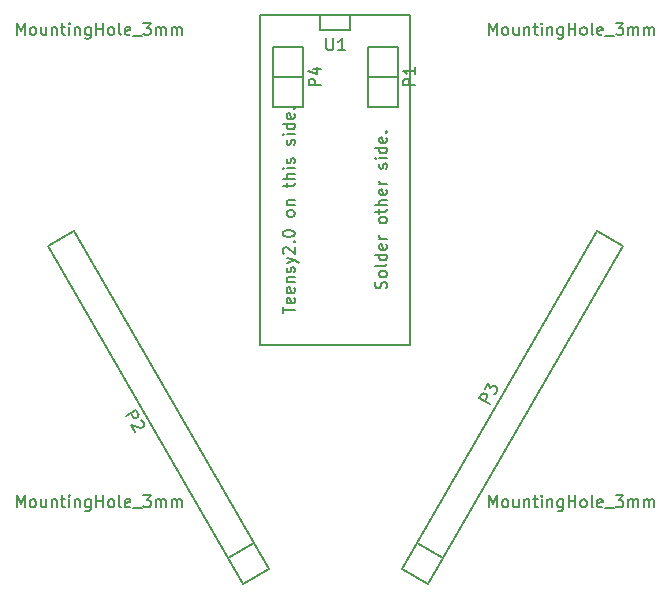
<source format=gto>
G04 #@! TF.FileFunction,Legend,Top*
%FSLAX46Y46*%
G04 Gerber Fmt 4.6, Leading zero omitted, Abs format (unit mm)*
G04 Created by KiCad (PCBNEW 0.201412201901+5330~19~ubuntu14.04.1-product) date Mon 29 Dec 2014 15:13:16 GMT*
%MOMM*%
G01*
G04 APERTURE LIST*
%ADD10C,0.100000*%
%ADD11C,0.150000*%
%ADD12R,2.032000X2.032000*%
%ADD13O,2.032000X2.032000*%
%ADD14C,1.727200*%
%ADD15C,1.998980*%
%ADD16R,1.397000X1.397000*%
%ADD17C,1.397000*%
G04 APERTURE END LIST*
D10*
D11*
X135270000Y-25000000D02*
X132730000Y-25000000D01*
X135270000Y-22460000D02*
X132730000Y-22460000D01*
X132730000Y-22460000D02*
X132730000Y-25000000D01*
X132730000Y-25000000D02*
X132730000Y-27540000D01*
X132730000Y-27540000D02*
X135270000Y-27540000D01*
X135270000Y-27540000D02*
X135270000Y-22460000D01*
X123084852Y-64463375D02*
X107844852Y-38066921D01*
X107844852Y-38066921D02*
X105645148Y-39336921D01*
X105645148Y-39336921D02*
X120885148Y-65733375D01*
X122155148Y-67933079D02*
X120885148Y-65733375D01*
X120885148Y-65733375D02*
X123084852Y-64463375D01*
X122155148Y-67933079D02*
X124354852Y-66663079D01*
X124354852Y-66663079D02*
X123084852Y-64463375D01*
X139114852Y-65733375D02*
X154354852Y-39336921D01*
X154354852Y-39336921D02*
X152155148Y-38066921D01*
X152155148Y-38066921D02*
X136915148Y-64463375D01*
X135645148Y-66663079D02*
X136915148Y-64463375D01*
X136915148Y-64463375D02*
X139114852Y-65733375D01*
X135645148Y-66663079D02*
X137844852Y-67933079D01*
X137844852Y-67933079D02*
X139114852Y-65733375D01*
X127270000Y-25000000D02*
X124730000Y-25000000D01*
X127270000Y-22460000D02*
X124730000Y-22460000D01*
X124730000Y-22460000D02*
X124730000Y-25000000D01*
X124730000Y-25000000D02*
X124730000Y-27540000D01*
X124730000Y-27540000D02*
X127270000Y-27540000D01*
X127270000Y-27540000D02*
X127270000Y-22460000D01*
X128730000Y-19760000D02*
X128730000Y-21030000D01*
X128730000Y-21030000D02*
X131270000Y-21030000D01*
X131270000Y-21030000D02*
X131270000Y-19760000D01*
X123650000Y-19760000D02*
X123650000Y-47700000D01*
X123650000Y-47700000D02*
X136350000Y-47700000D01*
X136350000Y-47700000D02*
X136350000Y-19760000D01*
X136350000Y-19760000D02*
X123650000Y-19760000D01*
X136738381Y-25738095D02*
X135738381Y-25738095D01*
X135738381Y-25357142D01*
X135786000Y-25261904D01*
X135833619Y-25214285D01*
X135928857Y-25166666D01*
X136071714Y-25166666D01*
X136166952Y-25214285D01*
X136214571Y-25261904D01*
X136262190Y-25357142D01*
X136262190Y-25738095D01*
X136738381Y-24214285D02*
X136738381Y-24785714D01*
X136738381Y-24500000D02*
X135738381Y-24500000D01*
X135881238Y-24595238D01*
X135976476Y-24690476D01*
X136024095Y-24785714D01*
X112259445Y-53729981D02*
X113125470Y-53229981D01*
X113315947Y-53559896D01*
X113322327Y-53666184D01*
X113304897Y-53731233D01*
X113246228Y-53820092D01*
X113122510Y-53891520D01*
X113016222Y-53897900D01*
X112951173Y-53880470D01*
X112862315Y-53821801D01*
X112671839Y-53491886D01*
X113519182Y-54102387D02*
X113584231Y-54119816D01*
X113673089Y-54178485D01*
X113792137Y-54384683D01*
X113798517Y-54490971D01*
X113781087Y-54556019D01*
X113722418Y-54644878D01*
X113639940Y-54692497D01*
X113492413Y-54722686D01*
X112711826Y-54513528D01*
X113021350Y-55049640D01*
X143042992Y-52722400D02*
X142176967Y-52222400D01*
X142367443Y-51892485D01*
X142456301Y-51833816D01*
X142521350Y-51816386D01*
X142627638Y-51822765D01*
X142751356Y-51894194D01*
X142810025Y-51983052D01*
X142827455Y-52048101D01*
X142821075Y-52154389D01*
X142630598Y-52484304D01*
X142629348Y-51438853D02*
X142938872Y-50902741D01*
X143102119Y-51381893D01*
X143173548Y-51258174D01*
X143262406Y-51199505D01*
X143327455Y-51182076D01*
X143433744Y-51188456D01*
X143639940Y-51307503D01*
X143698609Y-51396362D01*
X143716039Y-51461410D01*
X143709659Y-51567698D01*
X143566801Y-51815135D01*
X143477943Y-51873804D01*
X143412894Y-51891234D01*
X128738381Y-25738095D02*
X127738381Y-25738095D01*
X127738381Y-25357142D01*
X127786000Y-25261904D01*
X127833619Y-25214285D01*
X127928857Y-25166666D01*
X128071714Y-25166666D01*
X128166952Y-25214285D01*
X128214571Y-25261904D01*
X128262190Y-25357142D01*
X128262190Y-25738095D01*
X128071714Y-24309523D02*
X128738381Y-24309523D01*
X127690762Y-24547619D02*
X128405048Y-24785714D01*
X128405048Y-24166666D01*
X129238095Y-21752381D02*
X129238095Y-22561905D01*
X129285714Y-22657143D01*
X129333333Y-22704762D01*
X129428571Y-22752381D01*
X129619048Y-22752381D01*
X129714286Y-22704762D01*
X129761905Y-22657143D01*
X129809524Y-22561905D01*
X129809524Y-21752381D01*
X130809524Y-22752381D02*
X130238095Y-22752381D01*
X130523809Y-22752381D02*
X130523809Y-21752381D01*
X130428571Y-21895238D01*
X130333333Y-21990476D01*
X130238095Y-22038095D01*
X134314762Y-42912858D02*
X134362381Y-42770001D01*
X134362381Y-42531905D01*
X134314762Y-42436667D01*
X134267143Y-42389048D01*
X134171905Y-42341429D01*
X134076667Y-42341429D01*
X133981429Y-42389048D01*
X133933810Y-42436667D01*
X133886190Y-42531905D01*
X133838571Y-42722382D01*
X133790952Y-42817620D01*
X133743333Y-42865239D01*
X133648095Y-42912858D01*
X133552857Y-42912858D01*
X133457619Y-42865239D01*
X133410000Y-42817620D01*
X133362381Y-42722382D01*
X133362381Y-42484286D01*
X133410000Y-42341429D01*
X134362381Y-41770001D02*
X134314762Y-41865239D01*
X134267143Y-41912858D01*
X134171905Y-41960477D01*
X133886190Y-41960477D01*
X133790952Y-41912858D01*
X133743333Y-41865239D01*
X133695714Y-41770001D01*
X133695714Y-41627143D01*
X133743333Y-41531905D01*
X133790952Y-41484286D01*
X133886190Y-41436667D01*
X134171905Y-41436667D01*
X134267143Y-41484286D01*
X134314762Y-41531905D01*
X134362381Y-41627143D01*
X134362381Y-41770001D01*
X134362381Y-40865239D02*
X134314762Y-40960477D01*
X134219524Y-41008096D01*
X133362381Y-41008096D01*
X134362381Y-40055714D02*
X133362381Y-40055714D01*
X134314762Y-40055714D02*
X134362381Y-40150952D01*
X134362381Y-40341429D01*
X134314762Y-40436667D01*
X134267143Y-40484286D01*
X134171905Y-40531905D01*
X133886190Y-40531905D01*
X133790952Y-40484286D01*
X133743333Y-40436667D01*
X133695714Y-40341429D01*
X133695714Y-40150952D01*
X133743333Y-40055714D01*
X134314762Y-39198571D02*
X134362381Y-39293809D01*
X134362381Y-39484286D01*
X134314762Y-39579524D01*
X134219524Y-39627143D01*
X133838571Y-39627143D01*
X133743333Y-39579524D01*
X133695714Y-39484286D01*
X133695714Y-39293809D01*
X133743333Y-39198571D01*
X133838571Y-39150952D01*
X133933810Y-39150952D01*
X134029048Y-39627143D01*
X134362381Y-38722381D02*
X133695714Y-38722381D01*
X133886190Y-38722381D02*
X133790952Y-38674762D01*
X133743333Y-38627143D01*
X133695714Y-38531905D01*
X133695714Y-38436666D01*
X134362381Y-37198571D02*
X134314762Y-37293809D01*
X134267143Y-37341428D01*
X134171905Y-37389047D01*
X133886190Y-37389047D01*
X133790952Y-37341428D01*
X133743333Y-37293809D01*
X133695714Y-37198571D01*
X133695714Y-37055713D01*
X133743333Y-36960475D01*
X133790952Y-36912856D01*
X133886190Y-36865237D01*
X134171905Y-36865237D01*
X134267143Y-36912856D01*
X134314762Y-36960475D01*
X134362381Y-37055713D01*
X134362381Y-37198571D01*
X133695714Y-36579523D02*
X133695714Y-36198571D01*
X133362381Y-36436666D02*
X134219524Y-36436666D01*
X134314762Y-36389047D01*
X134362381Y-36293809D01*
X134362381Y-36198571D01*
X134362381Y-35865237D02*
X133362381Y-35865237D01*
X134362381Y-35436665D02*
X133838571Y-35436665D01*
X133743333Y-35484284D01*
X133695714Y-35579522D01*
X133695714Y-35722380D01*
X133743333Y-35817618D01*
X133790952Y-35865237D01*
X134314762Y-34579522D02*
X134362381Y-34674760D01*
X134362381Y-34865237D01*
X134314762Y-34960475D01*
X134219524Y-35008094D01*
X133838571Y-35008094D01*
X133743333Y-34960475D01*
X133695714Y-34865237D01*
X133695714Y-34674760D01*
X133743333Y-34579522D01*
X133838571Y-34531903D01*
X133933810Y-34531903D01*
X134029048Y-35008094D01*
X134362381Y-34103332D02*
X133695714Y-34103332D01*
X133886190Y-34103332D02*
X133790952Y-34055713D01*
X133743333Y-34008094D01*
X133695714Y-33912856D01*
X133695714Y-33817617D01*
X134314762Y-32769998D02*
X134362381Y-32674760D01*
X134362381Y-32484284D01*
X134314762Y-32389045D01*
X134219524Y-32341426D01*
X134171905Y-32341426D01*
X134076667Y-32389045D01*
X134029048Y-32484284D01*
X134029048Y-32627141D01*
X133981429Y-32722379D01*
X133886190Y-32769998D01*
X133838571Y-32769998D01*
X133743333Y-32722379D01*
X133695714Y-32627141D01*
X133695714Y-32484284D01*
X133743333Y-32389045D01*
X134362381Y-31912855D02*
X133695714Y-31912855D01*
X133362381Y-31912855D02*
X133410000Y-31960474D01*
X133457619Y-31912855D01*
X133410000Y-31865236D01*
X133362381Y-31912855D01*
X133457619Y-31912855D01*
X134362381Y-31008093D02*
X133362381Y-31008093D01*
X134314762Y-31008093D02*
X134362381Y-31103331D01*
X134362381Y-31293808D01*
X134314762Y-31389046D01*
X134267143Y-31436665D01*
X134171905Y-31484284D01*
X133886190Y-31484284D01*
X133790952Y-31436665D01*
X133743333Y-31389046D01*
X133695714Y-31293808D01*
X133695714Y-31103331D01*
X133743333Y-31008093D01*
X134314762Y-30150950D02*
X134362381Y-30246188D01*
X134362381Y-30436665D01*
X134314762Y-30531903D01*
X134219524Y-30579522D01*
X133838571Y-30579522D01*
X133743333Y-30531903D01*
X133695714Y-30436665D01*
X133695714Y-30246188D01*
X133743333Y-30150950D01*
X133838571Y-30103331D01*
X133933810Y-30103331D01*
X134029048Y-30579522D01*
X134267143Y-29674760D02*
X134314762Y-29627141D01*
X134362381Y-29674760D01*
X134314762Y-29722379D01*
X134267143Y-29674760D01*
X134362381Y-29674760D01*
X125542381Y-45031905D02*
X125542381Y-44460476D01*
X126542381Y-44746191D02*
X125542381Y-44746191D01*
X126494762Y-43746190D02*
X126542381Y-43841428D01*
X126542381Y-44031905D01*
X126494762Y-44127143D01*
X126399524Y-44174762D01*
X126018571Y-44174762D01*
X125923333Y-44127143D01*
X125875714Y-44031905D01*
X125875714Y-43841428D01*
X125923333Y-43746190D01*
X126018571Y-43698571D01*
X126113810Y-43698571D01*
X126209048Y-44174762D01*
X126494762Y-42889047D02*
X126542381Y-42984285D01*
X126542381Y-43174762D01*
X126494762Y-43270000D01*
X126399524Y-43317619D01*
X126018571Y-43317619D01*
X125923333Y-43270000D01*
X125875714Y-43174762D01*
X125875714Y-42984285D01*
X125923333Y-42889047D01*
X126018571Y-42841428D01*
X126113810Y-42841428D01*
X126209048Y-43317619D01*
X125875714Y-42412857D02*
X126542381Y-42412857D01*
X125970952Y-42412857D02*
X125923333Y-42365238D01*
X125875714Y-42270000D01*
X125875714Y-42127142D01*
X125923333Y-42031904D01*
X126018571Y-41984285D01*
X126542381Y-41984285D01*
X126494762Y-41555714D02*
X126542381Y-41460476D01*
X126542381Y-41270000D01*
X126494762Y-41174761D01*
X126399524Y-41127142D01*
X126351905Y-41127142D01*
X126256667Y-41174761D01*
X126209048Y-41270000D01*
X126209048Y-41412857D01*
X126161429Y-41508095D01*
X126066190Y-41555714D01*
X126018571Y-41555714D01*
X125923333Y-41508095D01*
X125875714Y-41412857D01*
X125875714Y-41270000D01*
X125923333Y-41174761D01*
X125875714Y-40793809D02*
X126542381Y-40555714D01*
X125875714Y-40317618D02*
X126542381Y-40555714D01*
X126780476Y-40650952D01*
X126828095Y-40698571D01*
X126875714Y-40793809D01*
X125637619Y-39984285D02*
X125590000Y-39936666D01*
X125542381Y-39841428D01*
X125542381Y-39603332D01*
X125590000Y-39508094D01*
X125637619Y-39460475D01*
X125732857Y-39412856D01*
X125828095Y-39412856D01*
X125970952Y-39460475D01*
X126542381Y-40031904D01*
X126542381Y-39412856D01*
X126447143Y-38984285D02*
X126494762Y-38936666D01*
X126542381Y-38984285D01*
X126494762Y-39031904D01*
X126447143Y-38984285D01*
X126542381Y-38984285D01*
X125542381Y-38317619D02*
X125542381Y-38222380D01*
X125590000Y-38127142D01*
X125637619Y-38079523D01*
X125732857Y-38031904D01*
X125923333Y-37984285D01*
X126161429Y-37984285D01*
X126351905Y-38031904D01*
X126447143Y-38079523D01*
X126494762Y-38127142D01*
X126542381Y-38222380D01*
X126542381Y-38317619D01*
X126494762Y-38412857D01*
X126447143Y-38460476D01*
X126351905Y-38508095D01*
X126161429Y-38555714D01*
X125923333Y-38555714D01*
X125732857Y-38508095D01*
X125637619Y-38460476D01*
X125590000Y-38412857D01*
X125542381Y-38317619D01*
X126542381Y-36650952D02*
X126494762Y-36746190D01*
X126447143Y-36793809D01*
X126351905Y-36841428D01*
X126066190Y-36841428D01*
X125970952Y-36793809D01*
X125923333Y-36746190D01*
X125875714Y-36650952D01*
X125875714Y-36508094D01*
X125923333Y-36412856D01*
X125970952Y-36365237D01*
X126066190Y-36317618D01*
X126351905Y-36317618D01*
X126447143Y-36365237D01*
X126494762Y-36412856D01*
X126542381Y-36508094D01*
X126542381Y-36650952D01*
X125875714Y-35889047D02*
X126542381Y-35889047D01*
X125970952Y-35889047D02*
X125923333Y-35841428D01*
X125875714Y-35746190D01*
X125875714Y-35603332D01*
X125923333Y-35508094D01*
X126018571Y-35460475D01*
X126542381Y-35460475D01*
X125875714Y-34365237D02*
X125875714Y-33984285D01*
X125542381Y-34222380D02*
X126399524Y-34222380D01*
X126494762Y-34174761D01*
X126542381Y-34079523D01*
X126542381Y-33984285D01*
X126542381Y-33650951D02*
X125542381Y-33650951D01*
X126542381Y-33222379D02*
X126018571Y-33222379D01*
X125923333Y-33269998D01*
X125875714Y-33365236D01*
X125875714Y-33508094D01*
X125923333Y-33603332D01*
X125970952Y-33650951D01*
X126542381Y-32746189D02*
X125875714Y-32746189D01*
X125542381Y-32746189D02*
X125590000Y-32793808D01*
X125637619Y-32746189D01*
X125590000Y-32698570D01*
X125542381Y-32746189D01*
X125637619Y-32746189D01*
X126494762Y-32317618D02*
X126542381Y-32222380D01*
X126542381Y-32031904D01*
X126494762Y-31936665D01*
X126399524Y-31889046D01*
X126351905Y-31889046D01*
X126256667Y-31936665D01*
X126209048Y-32031904D01*
X126209048Y-32174761D01*
X126161429Y-32269999D01*
X126066190Y-32317618D01*
X126018571Y-32317618D01*
X125923333Y-32269999D01*
X125875714Y-32174761D01*
X125875714Y-32031904D01*
X125923333Y-31936665D01*
X126494762Y-30746189D02*
X126542381Y-30650951D01*
X126542381Y-30460475D01*
X126494762Y-30365236D01*
X126399524Y-30317617D01*
X126351905Y-30317617D01*
X126256667Y-30365236D01*
X126209048Y-30460475D01*
X126209048Y-30603332D01*
X126161429Y-30698570D01*
X126066190Y-30746189D01*
X126018571Y-30746189D01*
X125923333Y-30698570D01*
X125875714Y-30603332D01*
X125875714Y-30460475D01*
X125923333Y-30365236D01*
X126542381Y-29889046D02*
X125875714Y-29889046D01*
X125542381Y-29889046D02*
X125590000Y-29936665D01*
X125637619Y-29889046D01*
X125590000Y-29841427D01*
X125542381Y-29889046D01*
X125637619Y-29889046D01*
X126542381Y-28984284D02*
X125542381Y-28984284D01*
X126494762Y-28984284D02*
X126542381Y-29079522D01*
X126542381Y-29269999D01*
X126494762Y-29365237D01*
X126447143Y-29412856D01*
X126351905Y-29460475D01*
X126066190Y-29460475D01*
X125970952Y-29412856D01*
X125923333Y-29365237D01*
X125875714Y-29269999D01*
X125875714Y-29079522D01*
X125923333Y-28984284D01*
X126494762Y-28127141D02*
X126542381Y-28222379D01*
X126542381Y-28412856D01*
X126494762Y-28508094D01*
X126399524Y-28555713D01*
X126018571Y-28555713D01*
X125923333Y-28508094D01*
X125875714Y-28412856D01*
X125875714Y-28222379D01*
X125923333Y-28127141D01*
X126018571Y-28079522D01*
X126113810Y-28079522D01*
X126209048Y-28555713D01*
X126447143Y-27650951D02*
X126494762Y-27603332D01*
X126542381Y-27650951D01*
X126494762Y-27698570D01*
X126447143Y-27650951D01*
X126542381Y-27650951D01*
X103023809Y-61451881D02*
X103023809Y-60451881D01*
X103357143Y-61166167D01*
X103690476Y-60451881D01*
X103690476Y-61451881D01*
X104309523Y-61451881D02*
X104214285Y-61404262D01*
X104166666Y-61356643D01*
X104119047Y-61261405D01*
X104119047Y-60975690D01*
X104166666Y-60880452D01*
X104214285Y-60832833D01*
X104309523Y-60785214D01*
X104452381Y-60785214D01*
X104547619Y-60832833D01*
X104595238Y-60880452D01*
X104642857Y-60975690D01*
X104642857Y-61261405D01*
X104595238Y-61356643D01*
X104547619Y-61404262D01*
X104452381Y-61451881D01*
X104309523Y-61451881D01*
X105500000Y-60785214D02*
X105500000Y-61451881D01*
X105071428Y-60785214D02*
X105071428Y-61309024D01*
X105119047Y-61404262D01*
X105214285Y-61451881D01*
X105357143Y-61451881D01*
X105452381Y-61404262D01*
X105500000Y-61356643D01*
X105976190Y-60785214D02*
X105976190Y-61451881D01*
X105976190Y-60880452D02*
X106023809Y-60832833D01*
X106119047Y-60785214D01*
X106261905Y-60785214D01*
X106357143Y-60832833D01*
X106404762Y-60928071D01*
X106404762Y-61451881D01*
X106738095Y-60785214D02*
X107119047Y-60785214D01*
X106880952Y-60451881D02*
X106880952Y-61309024D01*
X106928571Y-61404262D01*
X107023809Y-61451881D01*
X107119047Y-61451881D01*
X107452381Y-61451881D02*
X107452381Y-60785214D01*
X107452381Y-60451881D02*
X107404762Y-60499500D01*
X107452381Y-60547119D01*
X107500000Y-60499500D01*
X107452381Y-60451881D01*
X107452381Y-60547119D01*
X107928571Y-60785214D02*
X107928571Y-61451881D01*
X107928571Y-60880452D02*
X107976190Y-60832833D01*
X108071428Y-60785214D01*
X108214286Y-60785214D01*
X108309524Y-60832833D01*
X108357143Y-60928071D01*
X108357143Y-61451881D01*
X109261905Y-60785214D02*
X109261905Y-61594738D01*
X109214286Y-61689976D01*
X109166667Y-61737595D01*
X109071428Y-61785214D01*
X108928571Y-61785214D01*
X108833333Y-61737595D01*
X109261905Y-61404262D02*
X109166667Y-61451881D01*
X108976190Y-61451881D01*
X108880952Y-61404262D01*
X108833333Y-61356643D01*
X108785714Y-61261405D01*
X108785714Y-60975690D01*
X108833333Y-60880452D01*
X108880952Y-60832833D01*
X108976190Y-60785214D01*
X109166667Y-60785214D01*
X109261905Y-60832833D01*
X109738095Y-61451881D02*
X109738095Y-60451881D01*
X109738095Y-60928071D02*
X110309524Y-60928071D01*
X110309524Y-61451881D02*
X110309524Y-60451881D01*
X110928571Y-61451881D02*
X110833333Y-61404262D01*
X110785714Y-61356643D01*
X110738095Y-61261405D01*
X110738095Y-60975690D01*
X110785714Y-60880452D01*
X110833333Y-60832833D01*
X110928571Y-60785214D01*
X111071429Y-60785214D01*
X111166667Y-60832833D01*
X111214286Y-60880452D01*
X111261905Y-60975690D01*
X111261905Y-61261405D01*
X111214286Y-61356643D01*
X111166667Y-61404262D01*
X111071429Y-61451881D01*
X110928571Y-61451881D01*
X111833333Y-61451881D02*
X111738095Y-61404262D01*
X111690476Y-61309024D01*
X111690476Y-60451881D01*
X112595239Y-61404262D02*
X112500001Y-61451881D01*
X112309524Y-61451881D01*
X112214286Y-61404262D01*
X112166667Y-61309024D01*
X112166667Y-60928071D01*
X112214286Y-60832833D01*
X112309524Y-60785214D01*
X112500001Y-60785214D01*
X112595239Y-60832833D01*
X112642858Y-60928071D01*
X112642858Y-61023310D01*
X112166667Y-61118548D01*
X112833334Y-61547119D02*
X113595239Y-61547119D01*
X113738096Y-60451881D02*
X114357144Y-60451881D01*
X114023810Y-60832833D01*
X114166668Y-60832833D01*
X114261906Y-60880452D01*
X114309525Y-60928071D01*
X114357144Y-61023310D01*
X114357144Y-61261405D01*
X114309525Y-61356643D01*
X114261906Y-61404262D01*
X114166668Y-61451881D01*
X113880953Y-61451881D01*
X113785715Y-61404262D01*
X113738096Y-61356643D01*
X114785715Y-61451881D02*
X114785715Y-60785214D01*
X114785715Y-60880452D02*
X114833334Y-60832833D01*
X114928572Y-60785214D01*
X115071430Y-60785214D01*
X115166668Y-60832833D01*
X115214287Y-60928071D01*
X115214287Y-61451881D01*
X115214287Y-60928071D02*
X115261906Y-60832833D01*
X115357144Y-60785214D01*
X115500001Y-60785214D01*
X115595239Y-60832833D01*
X115642858Y-60928071D01*
X115642858Y-61451881D01*
X116119048Y-61451881D02*
X116119048Y-60785214D01*
X116119048Y-60880452D02*
X116166667Y-60832833D01*
X116261905Y-60785214D01*
X116404763Y-60785214D01*
X116500001Y-60832833D01*
X116547620Y-60928071D01*
X116547620Y-61451881D01*
X116547620Y-60928071D02*
X116595239Y-60832833D01*
X116690477Y-60785214D01*
X116833334Y-60785214D01*
X116928572Y-60832833D01*
X116976191Y-60928071D01*
X116976191Y-61451881D01*
X143023809Y-61451881D02*
X143023809Y-60451881D01*
X143357143Y-61166167D01*
X143690476Y-60451881D01*
X143690476Y-61451881D01*
X144309523Y-61451881D02*
X144214285Y-61404262D01*
X144166666Y-61356643D01*
X144119047Y-61261405D01*
X144119047Y-60975690D01*
X144166666Y-60880452D01*
X144214285Y-60832833D01*
X144309523Y-60785214D01*
X144452381Y-60785214D01*
X144547619Y-60832833D01*
X144595238Y-60880452D01*
X144642857Y-60975690D01*
X144642857Y-61261405D01*
X144595238Y-61356643D01*
X144547619Y-61404262D01*
X144452381Y-61451881D01*
X144309523Y-61451881D01*
X145500000Y-60785214D02*
X145500000Y-61451881D01*
X145071428Y-60785214D02*
X145071428Y-61309024D01*
X145119047Y-61404262D01*
X145214285Y-61451881D01*
X145357143Y-61451881D01*
X145452381Y-61404262D01*
X145500000Y-61356643D01*
X145976190Y-60785214D02*
X145976190Y-61451881D01*
X145976190Y-60880452D02*
X146023809Y-60832833D01*
X146119047Y-60785214D01*
X146261905Y-60785214D01*
X146357143Y-60832833D01*
X146404762Y-60928071D01*
X146404762Y-61451881D01*
X146738095Y-60785214D02*
X147119047Y-60785214D01*
X146880952Y-60451881D02*
X146880952Y-61309024D01*
X146928571Y-61404262D01*
X147023809Y-61451881D01*
X147119047Y-61451881D01*
X147452381Y-61451881D02*
X147452381Y-60785214D01*
X147452381Y-60451881D02*
X147404762Y-60499500D01*
X147452381Y-60547119D01*
X147500000Y-60499500D01*
X147452381Y-60451881D01*
X147452381Y-60547119D01*
X147928571Y-60785214D02*
X147928571Y-61451881D01*
X147928571Y-60880452D02*
X147976190Y-60832833D01*
X148071428Y-60785214D01*
X148214286Y-60785214D01*
X148309524Y-60832833D01*
X148357143Y-60928071D01*
X148357143Y-61451881D01*
X149261905Y-60785214D02*
X149261905Y-61594738D01*
X149214286Y-61689976D01*
X149166667Y-61737595D01*
X149071428Y-61785214D01*
X148928571Y-61785214D01*
X148833333Y-61737595D01*
X149261905Y-61404262D02*
X149166667Y-61451881D01*
X148976190Y-61451881D01*
X148880952Y-61404262D01*
X148833333Y-61356643D01*
X148785714Y-61261405D01*
X148785714Y-60975690D01*
X148833333Y-60880452D01*
X148880952Y-60832833D01*
X148976190Y-60785214D01*
X149166667Y-60785214D01*
X149261905Y-60832833D01*
X149738095Y-61451881D02*
X149738095Y-60451881D01*
X149738095Y-60928071D02*
X150309524Y-60928071D01*
X150309524Y-61451881D02*
X150309524Y-60451881D01*
X150928571Y-61451881D02*
X150833333Y-61404262D01*
X150785714Y-61356643D01*
X150738095Y-61261405D01*
X150738095Y-60975690D01*
X150785714Y-60880452D01*
X150833333Y-60832833D01*
X150928571Y-60785214D01*
X151071429Y-60785214D01*
X151166667Y-60832833D01*
X151214286Y-60880452D01*
X151261905Y-60975690D01*
X151261905Y-61261405D01*
X151214286Y-61356643D01*
X151166667Y-61404262D01*
X151071429Y-61451881D01*
X150928571Y-61451881D01*
X151833333Y-61451881D02*
X151738095Y-61404262D01*
X151690476Y-61309024D01*
X151690476Y-60451881D01*
X152595239Y-61404262D02*
X152500001Y-61451881D01*
X152309524Y-61451881D01*
X152214286Y-61404262D01*
X152166667Y-61309024D01*
X152166667Y-60928071D01*
X152214286Y-60832833D01*
X152309524Y-60785214D01*
X152500001Y-60785214D01*
X152595239Y-60832833D01*
X152642858Y-60928071D01*
X152642858Y-61023310D01*
X152166667Y-61118548D01*
X152833334Y-61547119D02*
X153595239Y-61547119D01*
X153738096Y-60451881D02*
X154357144Y-60451881D01*
X154023810Y-60832833D01*
X154166668Y-60832833D01*
X154261906Y-60880452D01*
X154309525Y-60928071D01*
X154357144Y-61023310D01*
X154357144Y-61261405D01*
X154309525Y-61356643D01*
X154261906Y-61404262D01*
X154166668Y-61451881D01*
X153880953Y-61451881D01*
X153785715Y-61404262D01*
X153738096Y-61356643D01*
X154785715Y-61451881D02*
X154785715Y-60785214D01*
X154785715Y-60880452D02*
X154833334Y-60832833D01*
X154928572Y-60785214D01*
X155071430Y-60785214D01*
X155166668Y-60832833D01*
X155214287Y-60928071D01*
X155214287Y-61451881D01*
X155214287Y-60928071D02*
X155261906Y-60832833D01*
X155357144Y-60785214D01*
X155500001Y-60785214D01*
X155595239Y-60832833D01*
X155642858Y-60928071D01*
X155642858Y-61451881D01*
X156119048Y-61451881D02*
X156119048Y-60785214D01*
X156119048Y-60880452D02*
X156166667Y-60832833D01*
X156261905Y-60785214D01*
X156404763Y-60785214D01*
X156500001Y-60832833D01*
X156547620Y-60928071D01*
X156547620Y-61451881D01*
X156547620Y-60928071D02*
X156595239Y-60832833D01*
X156690477Y-60785214D01*
X156833334Y-60785214D01*
X156928572Y-60832833D01*
X156976191Y-60928071D01*
X156976191Y-61451881D01*
X143023809Y-21451881D02*
X143023809Y-20451881D01*
X143357143Y-21166167D01*
X143690476Y-20451881D01*
X143690476Y-21451881D01*
X144309523Y-21451881D02*
X144214285Y-21404262D01*
X144166666Y-21356643D01*
X144119047Y-21261405D01*
X144119047Y-20975690D01*
X144166666Y-20880452D01*
X144214285Y-20832833D01*
X144309523Y-20785214D01*
X144452381Y-20785214D01*
X144547619Y-20832833D01*
X144595238Y-20880452D01*
X144642857Y-20975690D01*
X144642857Y-21261405D01*
X144595238Y-21356643D01*
X144547619Y-21404262D01*
X144452381Y-21451881D01*
X144309523Y-21451881D01*
X145500000Y-20785214D02*
X145500000Y-21451881D01*
X145071428Y-20785214D02*
X145071428Y-21309024D01*
X145119047Y-21404262D01*
X145214285Y-21451881D01*
X145357143Y-21451881D01*
X145452381Y-21404262D01*
X145500000Y-21356643D01*
X145976190Y-20785214D02*
X145976190Y-21451881D01*
X145976190Y-20880452D02*
X146023809Y-20832833D01*
X146119047Y-20785214D01*
X146261905Y-20785214D01*
X146357143Y-20832833D01*
X146404762Y-20928071D01*
X146404762Y-21451881D01*
X146738095Y-20785214D02*
X147119047Y-20785214D01*
X146880952Y-20451881D02*
X146880952Y-21309024D01*
X146928571Y-21404262D01*
X147023809Y-21451881D01*
X147119047Y-21451881D01*
X147452381Y-21451881D02*
X147452381Y-20785214D01*
X147452381Y-20451881D02*
X147404762Y-20499500D01*
X147452381Y-20547119D01*
X147500000Y-20499500D01*
X147452381Y-20451881D01*
X147452381Y-20547119D01*
X147928571Y-20785214D02*
X147928571Y-21451881D01*
X147928571Y-20880452D02*
X147976190Y-20832833D01*
X148071428Y-20785214D01*
X148214286Y-20785214D01*
X148309524Y-20832833D01*
X148357143Y-20928071D01*
X148357143Y-21451881D01*
X149261905Y-20785214D02*
X149261905Y-21594738D01*
X149214286Y-21689976D01*
X149166667Y-21737595D01*
X149071428Y-21785214D01*
X148928571Y-21785214D01*
X148833333Y-21737595D01*
X149261905Y-21404262D02*
X149166667Y-21451881D01*
X148976190Y-21451881D01*
X148880952Y-21404262D01*
X148833333Y-21356643D01*
X148785714Y-21261405D01*
X148785714Y-20975690D01*
X148833333Y-20880452D01*
X148880952Y-20832833D01*
X148976190Y-20785214D01*
X149166667Y-20785214D01*
X149261905Y-20832833D01*
X149738095Y-21451881D02*
X149738095Y-20451881D01*
X149738095Y-20928071D02*
X150309524Y-20928071D01*
X150309524Y-21451881D02*
X150309524Y-20451881D01*
X150928571Y-21451881D02*
X150833333Y-21404262D01*
X150785714Y-21356643D01*
X150738095Y-21261405D01*
X150738095Y-20975690D01*
X150785714Y-20880452D01*
X150833333Y-20832833D01*
X150928571Y-20785214D01*
X151071429Y-20785214D01*
X151166667Y-20832833D01*
X151214286Y-20880452D01*
X151261905Y-20975690D01*
X151261905Y-21261405D01*
X151214286Y-21356643D01*
X151166667Y-21404262D01*
X151071429Y-21451881D01*
X150928571Y-21451881D01*
X151833333Y-21451881D02*
X151738095Y-21404262D01*
X151690476Y-21309024D01*
X151690476Y-20451881D01*
X152595239Y-21404262D02*
X152500001Y-21451881D01*
X152309524Y-21451881D01*
X152214286Y-21404262D01*
X152166667Y-21309024D01*
X152166667Y-20928071D01*
X152214286Y-20832833D01*
X152309524Y-20785214D01*
X152500001Y-20785214D01*
X152595239Y-20832833D01*
X152642858Y-20928071D01*
X152642858Y-21023310D01*
X152166667Y-21118548D01*
X152833334Y-21547119D02*
X153595239Y-21547119D01*
X153738096Y-20451881D02*
X154357144Y-20451881D01*
X154023810Y-20832833D01*
X154166668Y-20832833D01*
X154261906Y-20880452D01*
X154309525Y-20928071D01*
X154357144Y-21023310D01*
X154357144Y-21261405D01*
X154309525Y-21356643D01*
X154261906Y-21404262D01*
X154166668Y-21451881D01*
X153880953Y-21451881D01*
X153785715Y-21404262D01*
X153738096Y-21356643D01*
X154785715Y-21451881D02*
X154785715Y-20785214D01*
X154785715Y-20880452D02*
X154833334Y-20832833D01*
X154928572Y-20785214D01*
X155071430Y-20785214D01*
X155166668Y-20832833D01*
X155214287Y-20928071D01*
X155214287Y-21451881D01*
X155214287Y-20928071D02*
X155261906Y-20832833D01*
X155357144Y-20785214D01*
X155500001Y-20785214D01*
X155595239Y-20832833D01*
X155642858Y-20928071D01*
X155642858Y-21451881D01*
X156119048Y-21451881D02*
X156119048Y-20785214D01*
X156119048Y-20880452D02*
X156166667Y-20832833D01*
X156261905Y-20785214D01*
X156404763Y-20785214D01*
X156500001Y-20832833D01*
X156547620Y-20928071D01*
X156547620Y-21451881D01*
X156547620Y-20928071D02*
X156595239Y-20832833D01*
X156690477Y-20785214D01*
X156833334Y-20785214D01*
X156928572Y-20832833D01*
X156976191Y-20928071D01*
X156976191Y-21451881D01*
X103023809Y-21451881D02*
X103023809Y-20451881D01*
X103357143Y-21166167D01*
X103690476Y-20451881D01*
X103690476Y-21451881D01*
X104309523Y-21451881D02*
X104214285Y-21404262D01*
X104166666Y-21356643D01*
X104119047Y-21261405D01*
X104119047Y-20975690D01*
X104166666Y-20880452D01*
X104214285Y-20832833D01*
X104309523Y-20785214D01*
X104452381Y-20785214D01*
X104547619Y-20832833D01*
X104595238Y-20880452D01*
X104642857Y-20975690D01*
X104642857Y-21261405D01*
X104595238Y-21356643D01*
X104547619Y-21404262D01*
X104452381Y-21451881D01*
X104309523Y-21451881D01*
X105500000Y-20785214D02*
X105500000Y-21451881D01*
X105071428Y-20785214D02*
X105071428Y-21309024D01*
X105119047Y-21404262D01*
X105214285Y-21451881D01*
X105357143Y-21451881D01*
X105452381Y-21404262D01*
X105500000Y-21356643D01*
X105976190Y-20785214D02*
X105976190Y-21451881D01*
X105976190Y-20880452D02*
X106023809Y-20832833D01*
X106119047Y-20785214D01*
X106261905Y-20785214D01*
X106357143Y-20832833D01*
X106404762Y-20928071D01*
X106404762Y-21451881D01*
X106738095Y-20785214D02*
X107119047Y-20785214D01*
X106880952Y-20451881D02*
X106880952Y-21309024D01*
X106928571Y-21404262D01*
X107023809Y-21451881D01*
X107119047Y-21451881D01*
X107452381Y-21451881D02*
X107452381Y-20785214D01*
X107452381Y-20451881D02*
X107404762Y-20499500D01*
X107452381Y-20547119D01*
X107500000Y-20499500D01*
X107452381Y-20451881D01*
X107452381Y-20547119D01*
X107928571Y-20785214D02*
X107928571Y-21451881D01*
X107928571Y-20880452D02*
X107976190Y-20832833D01*
X108071428Y-20785214D01*
X108214286Y-20785214D01*
X108309524Y-20832833D01*
X108357143Y-20928071D01*
X108357143Y-21451881D01*
X109261905Y-20785214D02*
X109261905Y-21594738D01*
X109214286Y-21689976D01*
X109166667Y-21737595D01*
X109071428Y-21785214D01*
X108928571Y-21785214D01*
X108833333Y-21737595D01*
X109261905Y-21404262D02*
X109166667Y-21451881D01*
X108976190Y-21451881D01*
X108880952Y-21404262D01*
X108833333Y-21356643D01*
X108785714Y-21261405D01*
X108785714Y-20975690D01*
X108833333Y-20880452D01*
X108880952Y-20832833D01*
X108976190Y-20785214D01*
X109166667Y-20785214D01*
X109261905Y-20832833D01*
X109738095Y-21451881D02*
X109738095Y-20451881D01*
X109738095Y-20928071D02*
X110309524Y-20928071D01*
X110309524Y-21451881D02*
X110309524Y-20451881D01*
X110928571Y-21451881D02*
X110833333Y-21404262D01*
X110785714Y-21356643D01*
X110738095Y-21261405D01*
X110738095Y-20975690D01*
X110785714Y-20880452D01*
X110833333Y-20832833D01*
X110928571Y-20785214D01*
X111071429Y-20785214D01*
X111166667Y-20832833D01*
X111214286Y-20880452D01*
X111261905Y-20975690D01*
X111261905Y-21261405D01*
X111214286Y-21356643D01*
X111166667Y-21404262D01*
X111071429Y-21451881D01*
X110928571Y-21451881D01*
X111833333Y-21451881D02*
X111738095Y-21404262D01*
X111690476Y-21309024D01*
X111690476Y-20451881D01*
X112595239Y-21404262D02*
X112500001Y-21451881D01*
X112309524Y-21451881D01*
X112214286Y-21404262D01*
X112166667Y-21309024D01*
X112166667Y-20928071D01*
X112214286Y-20832833D01*
X112309524Y-20785214D01*
X112500001Y-20785214D01*
X112595239Y-20832833D01*
X112642858Y-20928071D01*
X112642858Y-21023310D01*
X112166667Y-21118548D01*
X112833334Y-21547119D02*
X113595239Y-21547119D01*
X113738096Y-20451881D02*
X114357144Y-20451881D01*
X114023810Y-20832833D01*
X114166668Y-20832833D01*
X114261906Y-20880452D01*
X114309525Y-20928071D01*
X114357144Y-21023310D01*
X114357144Y-21261405D01*
X114309525Y-21356643D01*
X114261906Y-21404262D01*
X114166668Y-21451881D01*
X113880953Y-21451881D01*
X113785715Y-21404262D01*
X113738096Y-21356643D01*
X114785715Y-21451881D02*
X114785715Y-20785214D01*
X114785715Y-20880452D02*
X114833334Y-20832833D01*
X114928572Y-20785214D01*
X115071430Y-20785214D01*
X115166668Y-20832833D01*
X115214287Y-20928071D01*
X115214287Y-21451881D01*
X115214287Y-20928071D02*
X115261906Y-20832833D01*
X115357144Y-20785214D01*
X115500001Y-20785214D01*
X115595239Y-20832833D01*
X115642858Y-20928071D01*
X115642858Y-21451881D01*
X116119048Y-21451881D02*
X116119048Y-20785214D01*
X116119048Y-20880452D02*
X116166667Y-20832833D01*
X116261905Y-20785214D01*
X116404763Y-20785214D01*
X116500001Y-20832833D01*
X116547620Y-20928071D01*
X116547620Y-21451881D01*
X116547620Y-20928071D02*
X116595239Y-20832833D01*
X116690477Y-20785214D01*
X116833334Y-20785214D01*
X116928572Y-20832833D01*
X116976191Y-20928071D01*
X116976191Y-21451881D01*
%LPC*%
D12*
X134000000Y-23730000D03*
D13*
X134000000Y-26270000D03*
D10*
G36*
X123931682Y-66438127D02*
X122171918Y-67454127D01*
X121308318Y-65958327D01*
X123068082Y-64942327D01*
X123931682Y-66438127D01*
X123931682Y-66438127D01*
G37*
D14*
X121218018Y-64074723D02*
X121481982Y-63922323D01*
X119948018Y-61875018D02*
X120211982Y-61722618D01*
X118678018Y-59675314D02*
X118941982Y-59522914D01*
X117408018Y-57475609D02*
X117671982Y-57323209D01*
X116138018Y-55275905D02*
X116401982Y-55123505D01*
X114868018Y-53076200D02*
X115131982Y-52923800D01*
X113598018Y-50876495D02*
X113861982Y-50724095D01*
X112328018Y-48676791D02*
X112591982Y-48524391D01*
X111058018Y-46477086D02*
X111321982Y-46324686D01*
X109788018Y-44277382D02*
X110051982Y-44124982D01*
X108518018Y-42077677D02*
X108781982Y-41925277D01*
X107248018Y-39877973D02*
X107511982Y-39725573D01*
D10*
G36*
X137828082Y-67454127D02*
X136068318Y-66438127D01*
X136931918Y-64942327D01*
X138691682Y-65958327D01*
X137828082Y-67454127D01*
X137828082Y-67454127D01*
G37*
D14*
X138518018Y-63922323D02*
X138781982Y-64074723D01*
X139788018Y-61722618D02*
X140051982Y-61875018D01*
X141058018Y-59522914D02*
X141321982Y-59675314D01*
X142328018Y-57323209D02*
X142591982Y-57475609D01*
X143598018Y-55123505D02*
X143861982Y-55275905D01*
X144868018Y-52923800D02*
X145131982Y-53076200D01*
X146138018Y-50724095D02*
X146401982Y-50876495D01*
X147408018Y-48524391D02*
X147671982Y-48676791D01*
X148678018Y-46324686D02*
X148941982Y-46477086D01*
X149948018Y-44124982D02*
X150211982Y-44277382D01*
X151218018Y-41925277D02*
X151481982Y-42077677D01*
X152488018Y-39725573D02*
X152751982Y-39877973D01*
D12*
X126000000Y-23730000D03*
D13*
X126000000Y-26270000D03*
D15*
X132080000Y-28568000D03*
X132080000Y-43568000D03*
X128016000Y-28568000D03*
X128016000Y-43568000D03*
D16*
X122380000Y-21030000D03*
D17*
X122380000Y-23570000D03*
X122380000Y-26110000D03*
X122380000Y-28650000D03*
X122380000Y-31190000D03*
X122380000Y-33730000D03*
X122380000Y-36270000D03*
X122380000Y-38810000D03*
X122380000Y-41350000D03*
X122380000Y-43890000D03*
X122380000Y-46430000D03*
X122380000Y-48970000D03*
X137620000Y-48970000D03*
X137620000Y-46430000D03*
X137620000Y-43890000D03*
X137620000Y-41350000D03*
X137620000Y-38810000D03*
X137620000Y-36270000D03*
X137620000Y-33730000D03*
X137620000Y-31190000D03*
X137620000Y-28650000D03*
X137620000Y-26110000D03*
X137620000Y-23570000D03*
X137620000Y-21030000D03*
X135080000Y-48970000D03*
X132540000Y-48970000D03*
X130000000Y-48970000D03*
X127460000Y-48970000D03*
X124920000Y-48970000D03*
M02*

</source>
